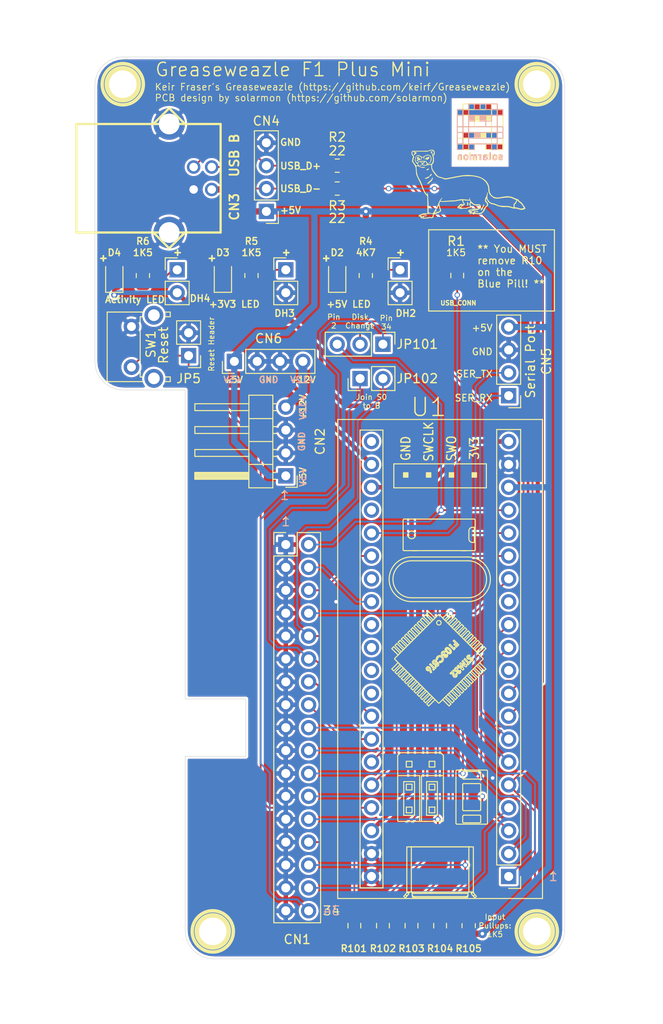
<source format=kicad_pcb>
(kicad_pcb (version 20171130) (host pcbnew "(5.1.9)-1")
  (title_block (title "Greaseweazle F1 Plus Mini") (date 2021-06-25) (rev 1) (company solarmon))
  (layers (0 F.Cu signal) (31 B.Cu signal) (34 B.Paste user) (35 F.Paste user) (36 B.SilkS user) (37 F.SilkS user) (38 B.Mask user) (39 F.Mask user) (44 Edge.Cuts user))
  (net 0 "")
  (net 1 GND)
  (net 2 +3V3)
  (net 3 +5V)
  (net 4 /_SIDE)
  (net 5 /_DKRD)
  (net 6 /_WRPROT)
  (net 7 /_TRK0)
  (net 8 /_DKWE)
  (net 9 /_DKWD)
  (net 10 /_STEP)
  (net 11 /_DIR)
  (net 12 /_INDEX)
  (net 13 /_DENSEL)
  (net 14 /USB_CONN)
  (net 15 "Net-(U1-Pad13)")
  (net 16 "Net-(U1-Pad32)")
  (net 17 "Net-(U1-Pad31)")
  (net 18 "Net-(U1-Pad30)")
  (net 19 "Net-(U1-Pad10)")
  (net 20 "Net-(U1-Pad29)")
  (net 21 /SER_RX)
  (net 22 /SER_TX)
  (net 23 "Net-(U1-Pad21)")
  (net 24 /USB_D+)
  (net 25 /USB_D-)
  (net 26 "Net-(D2-Pad2)")
  (net 27 /_ACT)
  (net 28 /_RST)
  (net 29 "Net-(D3-Pad2)")
  (net 30 "Net-(D4-Pad2)")
  (net 31 /USB_CONN_D+)
  (net 32 /USB_CONN_D-)
  (net 33 /ID1)
  (net 34 /FLIPPY)
  (net 35 /SPARE2)
  (net 36 /SPARE1)
  (net 37 /_MTR0)
  (net 38 /_SEL0)
  (net 39 /_SEL1)
  (net 40 /_MTR1)
  (net 41 /_RDY)
  (net 42 "Net-(CN2-Pad4)")
  (net 43 "Net-(CN1-Pad34)")
  (module Connector_PinHeader_2.54mm:PinHeader_1x04_P2.54mm_Vertical (layer F.Cu) (at 112.395 71.755 90)
    (fp_text reference CN6 (at 2.54 3.81 180) (layer F.SilkS))
    (fp_text value "Floppy Power")
    (pad 4 thru_hole oval (at 0 7.62 90) (size 1.7 1.7) (drill 1) (layers *.Cu *.Mask) (net 42 "Net-(CN2-Pad4)"))
    (pad 3 thru_hole oval (at 0 5.08 90) (size 1.7 1.7) (drill 1) (layers *.Cu *.Mask) (net 1 GND))
    (pad 2 thru_hole oval (at 0 2.54 90) (size 1.7 1.7) (drill 1) (layers *.Cu *.Mask) (net 1 GND))
    (pad 1 thru_hole rect (at 0 0 90) (size 1.7 1.7) (drill 1) (layers *.Cu *.Mask) (net 3 +5V))
  )
  (module Connector_PinHeader_2.54mm:PinHeader_1x02_P2.54mm_Vertical (layer F.Cu) (at 126.365 73.66 90)
    (fp_text reference JP102 (at 0 6.35 180) (layer F.SilkS))
    (fp_text value Jumper_NO_Small)
    (pad 2 thru_hole oval (at 0 2.54 90) (size 1.7 1.7) (drill 1) (layers *.Cu *.Mask) (net 37 /_MTR0))
    (pad 1 thru_hole rect (at 0 0 90) (size 1.7 1.7) (drill 1) (layers *.Cu *.Mask) (net 39 /_SEL1))
  )
  (module Connector_PinHeader_2.54mm:PinHeader_1x03_P2.54mm_Vertical (layer F.Cu) (at 128.905 69.85 270)
    (fp_text reference JP101 (at 0 -3.81 180) (layer F.SilkS))
    (fp_text value Jumper_3_Bridged12)
    (pad 3 thru_hole oval (at 0 5.08 270) (size 1.7 1.7) (drill 1) (layers *.Cu *.Mask) (net 13 /_DENSEL))
    (pad 2 thru_hole oval (at 0 2.54 270) (size 1.7 1.7) (drill 1) (layers *.Cu *.Mask) (net 41 /_RDY))
    (pad 1 thru_hole rect (at 0 0 270) (size 1.7 1.7) (drill 1) (layers *.Cu *.Mask) (net 43 "Net-(CN1-Pad34)"))
  )
  (module Kicad-STM32-master:YAAJ_BluePill_1 (layer F.Cu) (at 142.875 128.905 180)
    (fp_text reference U1 (at 8.89 52.07) (layer F.SilkS) (effects (font (size 2 2))))
    (fp_text value "Blue Pill" hide)
    (fp_text user 3V3 (at 3.81 47.498 90 unlocked) (layer F.SilkS) (effects (font (size 1 0.9))))
    (fp_text user SWO (at 6.35 47.498 90 unlocked) (layer F.SilkS) (effects (font (size 1 0.9))))
    (fp_text user SWCLK (at 8.89 48.26 90 unlocked) (layer F.SilkS) (effects (font (size 1 0.9))))
    (fp_text user GND (at 11.43 47.498 90 unlocked) (layer F.SilkS) (effects (font (size 1 0.9))))
    (pad 40 thru_hole circle (at 15.24 0 180) (size 1.7 1.7) (drill 1) (layers *.Cu *.Mask) (net 1 GND))
    (pad 1 thru_hole rect (at 0 0 180) (size 1.7 1.7) (drill 1) (layers *.Cu *.Mask) (net 11 /_DIR))
    (pad 39 thru_hole circle (at 15.24 2.54 180) (size 1.7 1.7) (drill 1) (layers *.Cu *.Mask) (net 1 GND))
    (pad 2 thru_hole circle (at 0 2.54 180) (size 1.7 1.7) (drill 1) (layers *.Cu *.Mask) (net 10 /_STEP))
    (pad 38 thru_hole circle (at 15.24 5.08 180) (size 1.7 1.7) (drill 1) (layers *.Cu *.Mask) (net 2 +3V3))
    (pad 3 thru_hole circle (at 0 5.08 180) (size 1.7 1.7) (drill 1) (layers *.Cu *.Mask) (net 8 /_DKWE))
    (pad 37 thru_hole circle (at 15.24 7.62 180) (size 1.7 1.7) (drill 1) (layers *.Cu *.Mask) (net 28 /_RST))
    (pad 4 thru_hole circle (at 0 7.62 180) (size 1.7 1.7) (drill 1) (layers *.Cu *.Mask) (net 4 /_SIDE))
    (pad 36 thru_hole circle (at 15.24 10.16 180) (size 1.7 1.7) (drill 1) (layers *.Cu *.Mask) (net 37 /_MTR0))
    (pad 5 thru_hole circle (at 0 10.16 180) (size 1.7 1.7) (drill 1) (layers *.Cu *.Mask) (net 41 /_RDY))
    (pad 35 thru_hole circle (at 15.24 12.7 180) (size 1.7 1.7) (drill 1) (layers *.Cu *.Mask) (net 38 /_SEL0))
    (pad 6 thru_hole circle (at 0 12.7 180) (size 1.7 1.7) (drill 1) (layers *.Cu *.Mask) (net 22 /SER_TX))
    (pad 34 thru_hole circle (at 15.24 15.24 180) (size 1.7 1.7) (drill 1) (layers *.Cu *.Mask) (net 40 /_MTR1))
    (pad 7 thru_hole circle (at 0 15.24 180) (size 1.7 1.7) (drill 1) (layers *.Cu *.Mask) (net 21 /SER_RX))
    (pad 33 thru_hole circle (at 15.24 17.78 180) (size 1.7 1.7) (drill 1) (layers *.Cu *.Mask) (net 39 /_SEL1))
    (pad 8 thru_hole circle (at 0 17.78 180) (size 1.7 1.7) (drill 1) (layers *.Cu *.Mask) (net 25 /USB_D-))
    (pad 32 thru_hole circle (at 15.24 20.32 180) (size 1.7 1.7) (drill 1) (layers *.Cu *.Mask) (net 16 "Net-(U1-Pad32)"))
    (pad 9 thru_hole circle (at 0 20.32 180) (size 1.7 1.7) (drill 1) (layers *.Cu *.Mask) (net 24 /USB_D+))
    (pad 31 thru_hole circle (at 15.24 22.86 180) (size 1.7 1.7) (drill 1) (layers *.Cu *.Mask) (net 17 "Net-(U1-Pad31)"))
    (pad 10 thru_hole circle (at 0 22.86 180) (size 1.7 1.7) (drill 1) (layers *.Cu *.Mask) (net 19 "Net-(U1-Pad10)"))
    (pad 30 thru_hole circle (at 15.24 25.4 180) (size 1.7 1.7) (drill 1) (layers *.Cu *.Mask) (net 18 "Net-(U1-Pad30)"))
    (pad 11 thru_hole circle (at 0 25.4 180) (size 1.7 1.7) (drill 1) (layers *.Cu *.Mask) (net 5 /_DKRD))
    (pad 29 thru_hole circle (at 15.24 27.94 180) (size 1.7 1.7) (drill 1) (layers *.Cu *.Mask) (net 20 "Net-(U1-Pad29)"))
    (pad 12 thru_hole circle (at 0 27.94 180) (size 1.7 1.7) (drill 1) (layers *.Cu *.Mask) (net 9 /_DKWD))
    (pad 28 thru_hole circle (at 15.24 30.48 180) (size 1.7 1.7) (drill 1) (layers *.Cu *.Mask) (net 36 /SPARE1))
    (pad 13 thru_hole circle (at 0 30.48 180) (size 1.7 1.7) (drill 1) (layers *.Cu *.Mask) (net 15 "Net-(U1-Pad13)"))
    (pad 27 thru_hole circle (at 15.24 33.02 180) (size 1.7 1.7) (drill 1) (layers *.Cu *.Mask) (net 34 /FLIPPY))
    (pad 14 thru_hole circle (at 0 33.02 180) (size 1.7 1.7) (drill 1) (layers *.Cu *.Mask) (net 12 /_INDEX))
    (pad 26 thru_hole circle (at 15.24 35.56 180) (size 1.7 1.7) (drill 1) (layers *.Cu *.Mask) (net 35 /SPARE2))
    (pad 15 thru_hole circle (at 0 35.56 180) (size 1.7 1.7) (drill 1) (layers *.Cu *.Mask) (net 7 /_TRK0))
    (pad 25 thru_hole circle (at 15.24 38.1 180) (size 1.7 1.7) (drill 1) (layers *.Cu *.Mask) (net 14 /USB_CONN))
    (pad 16 thru_hole circle (at 0 38.1 180) (size 1.7 1.7) (drill 1) (layers *.Cu *.Mask) (net 6 /_WRPROT))
    (pad 24 thru_hole circle (at 15.24 40.64 180) (size 1.7 1.7) (drill 1) (layers *.Cu *.Mask) (net 33 /ID1))
    (pad 17 thru_hole circle (at 0 40.64 180) (size 1.7 1.7) (drill 1) (layers *.Cu *.Mask) (net 13 /_DENSEL))
    (pad 23 thru_hole circle (at 15.24 43.18 180) (size 1.7 1.7) (drill 1) (layers *.Cu *.Mask) (net 2 +3V3))
    (pad 18 thru_hole circle (at 0 43.18 180) (size 1.7 1.7) (drill 1) (layers *.Cu *.Mask) (net 3 +5V))
    (pad 22 thru_hole circle (at 15.24 45.72 180) (size 1.7 1.7) (drill 1) (layers *.Cu *.Mask) (net 27 /_ACT))
    (pad 19 thru_hole circle (at 0 45.72 180) (size 1.7 1.7) (drill 1) (layers *.Cu *.Mask) (net 1 GND))
    (pad 21 thru_hole circle (at 15.24 48.26 180) (size 1.7 1.7) (drill 1) (layers *.Cu *.Mask) (net 23 "Net-(U1-Pad21)"))
    (pad 20 thru_hole circle (at 0 48.26 180) (size 1.7 1.7) (drill 1) (layers *.Cu *.Mask) (net 2 +3V3))
  )
  (module Button_Switch_THT:SW_Tactile_SPST_Angled_PTS645Vx83-2LFS (layer F.Cu) (at 100.965 72.39 90)
    (fp_text reference SW1 (at 2.54 2.159 90) (layer F.SilkS))
    (fp_text value Reset (at 2.413 3.556 90) (layer F.SilkS))
    (pad "" thru_hole circle (at -1.25 2.49 90) (size 2.1 2.1) (drill 1.3) (layers *.Cu *.Mask))
    (pad 1 thru_hole circle (at 0 0 90) (size 1.75 1.75) (drill 0.99) (layers *.Cu *.Mask) (net 28 /_RST))
    (pad 2 thru_hole circle (at 4.5 0 90) (size 1.75 1.75) (drill 0.99) (layers *.Cu *.Mask) (net 1 GND))
    (pad "" thru_hole circle (at 5.76 2.49 90) (size 2.1 2.1) (drill 1.3) (layers *.Cu *.Mask))
  )
  (module Connector_PinHeader_2.54mm:PinHeader_1x04_P2.54mm_Vertical (layer F.Cu) (at 142.875 75.565 180)
    (fp_text reference CN5 (at -4.191 3.81 90) (layer F.SilkS))
    (fp_text value "Serial Port" (at -2.413 3.81 90) (layer F.SilkS))
    (pad 4 thru_hole oval (at 0 7.62 180) (size 1.7 1.7) (drill 1) (layers *.Cu *.Mask) (net 3 +5V))
    (pad 3 thru_hole oval (at 0 5.08 180) (size 1.7 1.7) (drill 1) (layers *.Cu *.Mask) (net 1 GND))
    (pad 2 thru_hole oval (at 0 2.54 180) (size 1.7 1.7) (drill 1) (layers *.Cu *.Mask) (net 22 /SER_TX))
    (pad 1 thru_hole rect (at 0 0 180) (size 1.7 1.7) (drill 1) (layers *.Cu *.Mask) (net 21 /SER_RX))
  )
  (module Connector_PinHeader_2.54mm:PinHeader_1x04_P2.54mm_Vertical (layer F.Cu) (at 115.951 55.118 180)
    (fp_text reference CN4 (at 0 10.033) (layer F.SilkS))
    (fp_text value "USB Header")
    (pad 4 thru_hole oval (at 0 7.62 180) (size 1.7 1.7) (drill 1) (layers *.Cu *.Mask) (net 1 GND))
    (pad 3 thru_hole oval (at 0 5.08 180) (size 1.7 1.7) (drill 1) (layers *.Cu *.Mask) (net 31 /USB_CONN_D+))
    (pad 2 thru_hole oval (at 0 2.54 180) (size 1.7 1.7) (drill 1) (layers *.Cu *.Mask) (net 32 /USB_CONN_D-))
    (pad 1 thru_hole rect (at 0 0 180) (size 1.7 1.7) (drill 1) (layers *.Cu *.Mask) (net 3 +5V))
  )
  (module Resistor_SMD:R_0805_2012Metric (layer F.Cu) (at 123.825 52.578 180)
    (fp_text reference R3 (at 0 -1.905) (layer F.SilkS))
    (fp_text value 22 (at 0 -3.302) (layer F.SilkS))
    (pad 2 smd roundrect (at 0.9125 0 180) (size 1.025 1.4) (layers F.Cu F.Paste F.Mask) (roundrect_rratio 0.2439004878048781) (net 32 /USB_CONN_D-))
    (pad 1 smd roundrect (at -0.9125 0 180) (size 1.025 1.4) (layers F.Cu F.Paste F.Mask) (roundrect_rratio 0.2439004878048781) (net 25 /USB_D-))
  )
  (module Resistor_SMD:R_0805_2012Metric (layer F.Cu) (at 123.825 50.038 180)
    (fp_text reference R2 (at 0 3.175) (layer F.SilkS))
    (fp_text value 22 (at 0 1.65) (layer F.SilkS))
    (pad 2 smd roundrect (at 0.9125 0 180) (size 1.025 1.4) (layers F.Cu F.Paste F.Mask) (roundrect_rratio 0.2439004878048781) (net 31 /USB_CONN_D+))
    (pad 1 smd roundrect (at -0.9125 0 180) (size 1.025 1.4) (layers F.Cu F.Paste F.Mask) (roundrect_rratio 0.2439004878048781) (net 24 /USB_D+))
  )
  (module solarmon_library:HOLE_3MM (layer F.Cu) (at 146 135)
    (fp_text reference H4 hide)
    (fp_text value MountingHole_Pad hide)
    (pad 1 thru_hole circle (at 0 0) (size 4.064 4.064) (drill 3.048) (layers *.Cu *.Mask F.SilkS) (net 1 GND) (clearance 1))
  )
  (module solarmon_library:HOLE_3MM (layer F.Cu) (at 110 135)
    (fp_text reference H3 hide)
    (fp_text value MountingHole_Pad hide)
    (pad 1 thru_hole circle (at 0 0) (size 4.064 4.064) (drill 3.048) (layers *.Cu *.Mask F.SilkS) (net 1 GND) (clearance 1))
  )
  (module solarmon_library:HOLE_3MM (layer F.Cu) (at 146 41)
    (fp_text reference H2 hide)
    (fp_text value MountingHole_Pad hide)
    (pad 1 thru_hole circle (at 0 0) (size 4.064 4.064) (drill 3.048) (layers *.Cu *.Mask F.SilkS) (net 1 GND) (clearance 1))
  )
  (module solarmon_library:HOLE_3MM (layer F.Cu) (at 100 41)
    (fp_text reference H1 hide)
    (fp_text value MountingHole_Pad hide)
    (pad 1 thru_hole circle (at 0 0) (size 4.064 4.064) (drill 3.048) (layers *.Cu *.Mask F.SilkS) (net 1 GND) (clearance 1))
  )
  (module Connector_PinHeader_2.54mm:PinHeader_1x02_P2.54mm_Vertical (layer F.Cu) (at 130.81 61.595)
    (fp_text reference DH2 (at 0.635 4.826) (layer F.SilkS) (effects (font (size 0.75 0.75))))
    (fp_text value Conn_01x02)
    (pad 2 thru_hole oval (at 0 2.54) (size 1.7 1.7) (drill 1) (layers *.Cu *.Mask) (net 1 GND))
    (pad 1 thru_hole rect (at 0 0) (size 1.7 1.7) (drill 1) (layers *.Cu *.Mask) (net 26 "Net-(D2-Pad2)"))
  )
  (module Connector_PinHeader_2.54mm:PinHeader_1x02_P2.54mm_Vertical (layer F.Cu) (at 118.11 61.595)
    (fp_text reference DH3 (at -0.127 4.826) (layer F.SilkS) (effects (font (size 0.75 0.75))))
    (fp_text value Conn_01x02)
    (pad 2 thru_hole oval (at 0 2.54) (size 1.7 1.7) (drill 1) (layers *.Cu *.Mask) (net 1 GND))
    (pad 1 thru_hole rect (at 0 0) (size 1.7 1.7) (drill 1) (layers *.Cu *.Mask) (net 29 "Net-(D3-Pad2)"))
  )
  (module Connector_PinHeader_2.54mm:PinHeader_1x02_P2.54mm_Vertical (layer F.Cu) (at 106.045 61.595)
    (fp_text reference DH4 (at 2.54 3.175) (layer F.SilkS) (effects (font (size 0.75 0.75))))
    (fp_text value Conn_01x02)
    (pad 2 thru_hole oval (at 0 2.54) (size 1.7 1.7) (drill 1) (layers *.Cu *.Mask) (net 27 /_ACT))
    (pad 1 thru_hole rect (at 0 0) (size 1.7 1.7) (drill 1) (layers *.Cu *.Mask) (net 30 "Net-(D4-Pad2)"))
  )
  (module solarmon_library:solarmon-logo-25mils (layer B.Cu) (at 139.7 46.355 180)
    (fp_text reference solarmon (at 0 -2.667) (layer B.SilkS) (effects (font (size 0.75 0.75)) (justify mirror)))
    (fp_text value solarmon-logo-25mils)
    (fp_poly (pts (xy -1.27 -1.905) (xy -1.905 -1.905) (xy -1.905 -1.27) (xy -1.27 -1.27)) (layer B.Cu) (width 0.1))
    (fp_poly (pts (xy 1.27 -1.905) (xy 0.635 -1.905) (xy 0.635 -1.27) (xy 1.27 -1.27)) (layer B.Cu) (width 0.1))
    (fp_poly (pts (xy 1.27 -0.635) (xy 0.635 -0.635) (xy 0.635 0) (xy 1.27 0)) (layer B.Cu) (width 0.1))
    (fp_poly (pts (xy 0 -0.635) (xy -0.635 -0.635) (xy -0.635 0) (xy 0 0)) (layer B.Cu) (width 0.1))
    (fp_poly (pts (xy -0.635 -0.635) (xy -1.27 -0.635) (xy -1.27 0) (xy -0.635 0)) (layer B.Cu) (width 0.1))
    (fp_poly (pts (xy -1.27 -0.635) (xy -1.905 -0.635) (xy -1.905 0) (xy -1.27 0)) (layer B.Cu) (width 0.1))
    (fp_poly (pts (xy -1.27 1.905) (xy -1.905 1.905) (xy -1.905 2.54) (xy -1.27 2.54)) (layer B.Cu) (width 0.1))
    (fp_poly (pts (xy -0.635 1.905) (xy -1.27 1.905) (xy -1.27 2.54) (xy -0.635 2.54)) (layer B.Cu) (width 0.1))
    (fp_poly (pts (xy 0 2.54) (xy -0.635 2.54) (xy -0.635 3.175) (xy 0 3.175)) (layer B.Cu) (width 0.1))
    (fp_poly (pts (xy 0 1.905) (xy -0.635 1.905) (xy -0.635 2.54) (xy 0 2.54)) (layer B.Cu) (width 0.1))
    (fp_poly (pts (xy 0.635 1.905) (xy 0 1.905) (xy 0 2.54) (xy 0.635 2.54)) (layer B.Cu) (width 0.1))
    (fp_poly (pts (xy 1.27 1.905) (xy 0.635 1.905) (xy 0.635 2.54) (xy 1.27 2.54)) (layer B.Cu) (width 0.1))
    (fp_poly (pts (xy 1.27 2.54) (xy 0.635 2.54) (xy 0.635 3.175) (xy 1.27 3.175)) (layer B.Cu) (width 0.1))
    (fp_poly (pts (xy 2.54 -1.905) (xy 1.905 -1.905) (xy 1.905 -1.27) (xy 2.54 -1.27)) (layer B.Cu) (width 0.1))
    (fp_poly (pts (xy 2.54 1.905) (xy 1.905 1.905) (xy 1.905 2.54) (xy 2.54 2.54)) (layer B.Cu) (width 0.1))
  )
  (module solarmon_library:solarmon-logo-25mils (layer F.Cu) (at 139.7 46.355)
    (fp_text reference solarmon (at 0 2.667) (layer F.SilkS) (effects (font (size 0.75 0.75))))
    (fp_text value solarmon-logo-25mils)
    (fp_poly (pts (xy 2.54 -1.905) (xy 1.905 -1.905) (xy 1.905 -2.54) (xy 2.54 -2.54)) (layer F.Cu) (width 0.1))
    (fp_poly (pts (xy 2.54 1.905) (xy 1.905 1.905) (xy 1.905 1.27) (xy 2.54 1.27)) (layer F.Cu) (width 0.1))
    (fp_poly (pts (xy 1.27 -2.54) (xy 0.635 -2.54) (xy 0.635 -3.175) (xy 1.27 -3.175)) (layer F.Cu) (width 0.1))
    (fp_poly (pts (xy 1.27 -1.905) (xy 0.635 -1.905) (xy 0.635 -2.54) (xy 1.27 -2.54)) (layer F.Cu) (width 0.1))
    (fp_poly (pts (xy 0.635 -1.905) (xy 0 -1.905) (xy 0 -2.54) (xy 0.635 -2.54)) (layer F.Cu) (width 0.1))
    (fp_poly (pts (xy 0 -1.905) (xy -0.635 -1.905) (xy -0.635 -2.54) (xy 0 -2.54)) (layer F.Cu) (width 0.1))
    (fp_poly (pts (xy 0 -2.54) (xy -0.635 -2.54) (xy -0.635 -3.175) (xy 0 -3.175)) (layer F.Cu) (width 0.1))
    (fp_poly (pts (xy -0.635 -1.905) (xy -1.27 -1.905) (xy -1.27 -2.54) (xy -0.635 -2.54)) (layer F.Cu) (width 0.1))
    (fp_poly (pts (xy -1.27 -1.905) (xy -1.905 -1.905) (xy -1.905 -2.54) (xy -1.27 -2.54)) (layer F.Cu) (width 0.1))
    (fp_poly (pts (xy -1.27 0.635) (xy -1.905 0.635) (xy -1.905 0) (xy -1.27 0)) (layer F.Cu) (width 0.1))
    (fp_poly (pts (xy -0.635 0.635) (xy -1.27 0.635) (xy -1.27 0) (xy -0.635 0)) (layer F.Cu) (width 0.1))
    (fp_poly (pts (xy 0 0.635) (xy -0.635 0.635) (xy -0.635 0) (xy 0 0)) (layer F.Cu) (width 0.1))
    (fp_poly (pts (xy 1.27 0.635) (xy 0.635 0.635) (xy 0.635 0) (xy 1.27 0)) (layer F.Cu) (width 0.1))
    (fp_poly (pts (xy 1.27 1.905) (xy 0.635 1.905) (xy 0.635 1.27) (xy 1.27 1.27)) (layer F.Cu) (width 0.1))
    (fp_poly (pts (xy -1.27 1.905) (xy -1.905 1.905) (xy -1.905 1.27) (xy -1.27 1.27)) (layer F.Cu) (width 0.1))
  )
  (module Resistor_SMD:R_0805_2012Metric_Pad1.20x1.40mm_HandSolder (layer F.Cu) (at 127 62.23 90)
    (fp_text reference R4 (at 3.81 0 180) (layer F.SilkS) (effects (font (size 0.75 0.75))))
    (fp_text value 4K7 (at 2.54 0 180) (layer F.SilkS) (effects (font (size 0.75 0.75))))
    (pad 2 smd roundrect (at 1 0 90) (size 1.2 1.4) (layers F.Cu F.Paste F.Mask) (roundrect_rratio 0.2083325) (net 3 +5V))
    (pad 1 smd roundrect (at -1 0 90) (size 1.2 1.4) (layers F.Cu F.Paste F.Mask) (roundrect_rratio 0.2083325) (net 26 "Net-(D2-Pad2)"))
  )
  (module Resistor_SMD:R_0805_2012Metric_Pad1.20x1.40mm_HandSolder (layer F.Cu) (at 102.235 62.23 90)
    (fp_text reference R6 (at 3.81 0 180) (layer F.SilkS) (effects (font (size 0.75 0.75))))
    (fp_text value 1K5 (at 2.54 0 180) (layer F.SilkS) (effects (font (size 0.75 0.75))))
    (pad 2 smd roundrect (at 1 0 90) (size 1.2 1.4) (layers F.Cu F.Paste F.Mask) (roundrect_rratio 0.2083325) (net 2 +3V3))
    (pad 1 smd roundrect (at -1 0 90) (size 1.2 1.4) (layers F.Cu F.Paste F.Mask) (roundrect_rratio 0.2083325) (net 30 "Net-(D4-Pad2)"))
  )
  (module Resistor_SMD:R_0805_2012Metric_Pad1.20x1.40mm_HandSolder (layer F.Cu) (at 114.3 62.23 90)
    (fp_text reference R5 (at 3.81 0 180) (layer F.SilkS) (effects (font (size 0.75 0.75))))
    (fp_text value 1K5 (at 2.54 0 180) (layer F.SilkS) (effects (font (size 0.75 0.75))))
    (pad 2 smd roundrect (at 1 0 90) (size 1.2 1.4) (layers F.Cu F.Paste F.Mask) (roundrect_rratio 0.2083325) (net 2 +3V3))
    (pad 1 smd roundrect (at -1 0 90) (size 1.2 1.4) (layers F.Cu F.Paste F.Mask) (roundrect_rratio 0.2083325) (net 29 "Net-(D3-Pad2)"))
  )
  (module LED_SMD:LED_0805_2012Metric_Pad1.15x1.40mm_HandSolder (layer F.Cu) (at 123.825 62.23 90)
    (fp_text reference D2 (at 2.54 0 180) (layer F.SilkS) (effects (font (size 0.75 0.75))))
    (fp_text value "+5V LED")
    (pad 2 smd roundrect (at 1.025 0 90) (size 1.15 1.4) (layers F.Cu F.Paste F.Mask) (roundrect_rratio 0.2173904347826087) (net 26 "Net-(D2-Pad2)"))
    (pad 1 smd roundrect (at -1.025 0 90) (size 1.15 1.4) (layers F.Cu F.Paste F.Mask) (roundrect_rratio 0.2173904347826087) (net 1 GND))
  )
  (module LED_SMD:LED_0805_2012Metric_Pad1.15x1.40mm_HandSolder (layer F.Cu) (at 99.06 62.23 90)
    (fp_text reference D4 (at 2.54 0 180) (layer F.SilkS) (effects (font (size 0.75 0.75))))
    (fp_text value "ACT LED")
    (pad 2 smd roundrect (at 1.025 0 90) (size 1.15 1.4) (layers F.Cu F.Paste F.Mask) (roundrect_rratio 0.2173904347826087) (net 30 "Net-(D4-Pad2)"))
    (pad 1 smd roundrect (at -1.025 0 90) (size 1.15 1.4) (layers F.Cu F.Paste F.Mask) (roundrect_rratio 0.2173904347826087) (net 27 /_ACT))
  )
  (module LED_SMD:LED_0805_2012Metric_Pad1.15x1.40mm_HandSolder (layer F.Cu) (at 111.125 62.23 90)
    (fp_text reference D3 (at 2.54 0 180) (layer F.SilkS) (effects (font (size 0.75 0.75))))
    (fp_text value "+3V3 LED")
    (pad 2 smd roundrect (at 1.025 0 90) (size 1.15 1.4) (layers F.Cu F.Paste F.Mask) (roundrect_rratio 0.2173904347826087) (net 29 "Net-(D3-Pad2)"))
    (pad 1 smd roundrect (at -1.025 0 90) (size 1.15 1.4) (layers F.Cu F.Paste F.Mask) (roundrect_rratio 0.2173904347826087) (net 1 GND))
  )
  (module solarmon_library:solarmon-logo-25mils (layer B.Cu) (at 139.7 46.355 180)
    (fp_text reference solarmon (at 0 -2.667) (layer B.SilkS) (effects (font (size 0.75 0.75)) (justify mirror)))
    (fp_text value solarmon-logo-25mils)
    (fp_poly (pts (xy 2.54 1.905) (xy 1.905 1.905) (xy 1.905 2.54) (xy 2.54 2.54)) (layer B.Cu) (width 0.1))
    (fp_poly (pts (xy 2.54 -1.905) (xy 1.905 -1.905) (xy 1.905 -1.27) (xy 2.54 -1.27)) (layer B.Cu) (width 0.1))
    (fp_poly (pts (xy 1.27 2.54) (xy 0.635 2.54) (xy 0.635 3.175) (xy 1.27 3.175)) (layer B.Cu) (width 0.1))
    (fp_poly (pts (xy 1.27 1.905) (xy 0.635 1.905) (xy 0.635 2.54) (xy 1.27 2.54)) (layer B.Cu) (width 0.1))
    (fp_poly (pts (xy 0.635 1.905) (xy 0 1.905) (xy 0 2.54) (xy 0.635 2.54)) (layer B.Cu) (width 0.1))
    (fp_poly (pts (xy 0 1.905) (xy -0.635 1.905) (xy -0.635 2.54) (xy 0 2.54)) (layer B.Cu) (width 0.1))
    (fp_poly (pts (xy 0 2.54) (xy -0.635 2.54) (xy -0.635 3.175) (xy 0 3.175)) (layer B.Cu) (width 0.1))
    (fp_poly (pts (xy -0.635 1.905) (xy -1.27 1.905) (xy -1.27 2.54) (xy -0.635 2.54)) (layer B.Cu) (width 0.1))
    (fp_poly (pts (xy -1.27 1.905) (xy -1.905 1.905) (xy -1.905 2.54) (xy -1.27 2.54)) (layer B.Cu) (width 0.1))
    (fp_poly (pts (xy -1.27 -0.635) (xy -1.905 -0.635) (xy -1.905 0) (xy -1.27 0)) (layer B.Cu) (width 0.1))
    (fp_poly (pts (xy -0.635 -0.635) (xy -1.27 -0.635) (xy -1.27 0) (xy -0.635 0)) (layer B.Cu) (width 0.1))
    (fp_poly (pts (xy 0 -0.635) (xy -0.635 -0.635) (xy -0.635 0) (xy 0 0)) (layer B.Cu) (width 0.1))
    (fp_poly (pts (xy 1.27 -0.635) (xy 0.635 -0.635) (xy 0.635 0) (xy 1.27 0)) (layer B.Cu) (width 0.1))
    (fp_poly (pts (xy 1.27 -1.905) (xy 0.635 -1.905) (xy 0.635 -1.27) (xy 1.27 -1.27)) (layer B.Cu) (width 0.1))
    (fp_poly (pts (xy -1.27 -1.905) (xy -1.905 -1.905) (xy -1.905 -1.27) (xy -1.27 -1.27)) (layer B.Cu) (width 0.1))
  )
  (module solarmon_library:solarmon-logo-25mils (layer F.Cu) (at 139.7 46.355)
    (fp_text reference solarmon (at 0 2.667) (layer F.SilkS) (effects (font (size 0.75 0.75))))
    (fp_text value solarmon-logo-25mils)
    (fp_poly (pts (xy -1.27 1.905) (xy -1.905 1.905) (xy -1.905 1.27) (xy -1.27 1.27)) (layer F.Cu) (width 0.1))
    (fp_poly (pts (xy 1.27 1.905) (xy 0.635 1.905) (xy 0.635 1.27) (xy 1.27 1.27)) (layer F.Cu) (width 0.1))
    (fp_poly (pts (xy 1.27 0.635) (xy 0.635 0.635) (xy 0.635 0) (xy 1.27 0)) (layer F.Cu) (width 0.1))
    (fp_poly (pts (xy 0 0.635) (xy -0.635 0.635) (xy -0.635 0) (xy 0 0)) (layer F.Cu) (width 0.1))
    (fp_poly (pts (xy -0.635 0.635) (xy -1.27 0.635) (xy -1.27 0) (xy -0.635 0)) (layer F.Cu) (width 0.1))
    (fp_poly (pts (xy -1.27 0.635) (xy -1.905 0.635) (xy -1.905 0) (xy -1.27 0)) (layer F.Cu) (width 0.1))
    (fp_poly (pts (xy -1.27 -1.905) (xy -1.905 -1.905) (xy -1.905 -2.54) (xy -1.27 -2.54)) (layer F.Cu) (width 0.1))
    (fp_poly (pts (xy -0.635 -1.905) (xy -1.27 -1.905) (xy -1.27 -2.54) (xy -0.635 -2.54)) (layer F.Cu) (width 0.1))
    (fp_poly (pts (xy 0 -2.54) (xy -0.635 -2.54) (xy -0.635 -3.175) (xy 0 -3.175)) (layer F.Cu) (width 0.1))
    (fp_poly (pts (xy 0 -1.905) (xy -0.635 -1.905) (xy -0.635 -2.54) (xy 0 -2.54)) (layer F.Cu) (width 0.1))
    (fp_poly (pts (xy 0.635 -1.905) (xy 0 -1.905) (xy 0 -2.54) (xy 0.635 -2.54)) (layer F.Cu) (width 0.1))
    (fp_poly (pts (xy 1.27 -1.905) (xy 0.635 -1.905) (xy 0.635 -2.54) (xy 1.27 -2.54)) (layer F.Cu) (width 0.1))
    (fp_poly (pts (xy 1.27 -2.54) (xy 0.635 -2.54) (xy 0.635 -3.175) (xy 1.27 -3.175)) (layer F.Cu) (width 0.1))
    (fp_poly (pts (xy 2.54 1.905) (xy 1.905 1.905) (xy 1.905 1.27) (xy 2.54 1.27)) (layer F.Cu) (width 0.1))
    (fp_poly (pts (xy 2.54 -1.905) (xy 1.905 -1.905) (xy 1.905 -2.54) (xy 2.54 -2.54)) (layer F.Cu) (width 0.1))
  )
  (module solarmon_library:WeasleLogo (layer F.Cu) (at 138.43 52.07)
    (fp_text reference G** hide)
    (fp_text value Weasle hide)
  )
  (module Resistor_SMD:R_0805_2012Metric (layer F.Cu) (at 138.43 134.366 90)
    (fp_text reference R105 (at -2.54 0 180) (layer F.SilkS) (effects (font (size 0.75 0.75))))
    (fp_text value 1K5 hide)
    (pad 2 smd roundrect (at 0.9125 0 90) (size 1.025 1.4) (layers F.Cu F.Paste F.Mask) (roundrect_rratio 0.2439004878048781) (net 41 /_RDY))
    (pad 1 smd roundrect (at -0.9125 0 90) (size 1.025 1.4) (layers F.Cu F.Paste F.Mask) (roundrect_rratio 0.2439004878048781) (net 3 +5V))
  )
  (module Connector_PinHeader_2.54mm:PinHeader_1x04_P2.54mm_Horizontal (layer F.Cu) (at 118.11 84.455 180)
    (fp_text reference CN2 (at -3.81 3.81 270) (layer F.SilkS))
    (fp_text value "Floppy Power" hide)
    (pad 1 thru_hole rect (at 0 0 180) (size 1.7 1.7) (drill 1) (layers *.Cu *.Mask) (net 3 +5V))
    (pad 2 thru_hole oval (at 0 2.54 180) (size 1.7 1.7) (drill 1) (layers *.Cu *.Mask) (net 1 GND))
    (pad 3 thru_hole oval (at 0 5.08 180) (size 1.7 1.7) (drill 1) (layers *.Cu *.Mask) (net 1 GND))
    (pad 4 thru_hole oval (at 0 7.62 180) (size 1.7 1.7) (drill 1) (layers *.Cu *.Mask) (net 42 "Net-(CN2-Pad4)"))
  )
  (module Connector_PinHeader_2.54mm:PinHeader_1x02_P2.54mm_Vertical (layer F.Cu) (at 107.315 71.12 180)
    (fp_text reference JP5 (at 0 -2.54) (layer F.SilkS))
    (fp_text value "Reset Header" (at -2.54 1.27 270) (layer F.SilkS) (effects (font (size 0.6 0.6) (thickness 0.1))))
    (pad 1 thru_hole rect (at 0 0 180) (size 1.7 1.7) (drill 1) (layers *.Cu *.Mask) (net 28 /_RST))
    (pad 2 thru_hole oval (at 0 2.54 180) (size 1.7 1.7) (drill 1) (layers *.Cu *.Mask) (net 1 GND))
  )
  (module w_conn_pc:conn_usb_B (layer F.Cu) (at 102.87 51.435 270)
    (fp_text reference CN3 (at 3.175 -9.525 270) (layer F.SilkS) (effects (font (thickness 0.2))))
    (fp_text value "USB B" (at -2.54 -9.525 270) (layer F.SilkS) (effects (font (thickness 0.2))))
    (pad 3 thru_hole circle (at -1.2446 -5.0038 270) (size 1.50114 1.50114) (drill 0.94996) (layers *.Cu *.Mask) (net 31 /USB_CONN_D+))
    (pad 4 thru_hole circle (at 1.2446 -5.0038 270) (size 1.50114 1.50114) (drill 0.94996) (layers *.Cu *.Mask) (net 1 GND))
    (pad 1 thru_hole circle (at 1.2446 -7.0104 270) (size 1.50114 1.50114) (drill 0.94996) (layers *.Cu *.Mask) (net 3 +5V))
    (pad 2 thru_hole circle (at -1.2446 -7.0104 270) (size 1.50114 1.50114) (drill 0.94996) (layers *.Cu *.Mask) (net 32 /USB_CONN_D-))
    (pad 5 thru_hole circle (at -6.0198 -2.286 270) (size 3.50012 3.50012) (drill 2.30124) (layers *.Cu *.Mask) (net 1 GND))
    (pad 5 thru_hole circle (at 6.0198 -2.286 270) (size 3.50012 3.50012) (drill 2.30124) (layers *.Cu *.Mask) (net 1 GND))
  )
  (module Connector_PinHeader_2.54mm:PinHeader_2x17_P2.54mm_Vertical (layer F.Cu) (at 118.11 92.075)
    (fp_text reference CN1 (at 1.27 43.815) (layer F.SilkS))
    (fp_text value "Floppy Data" hide)
    (pad 1 thru_hole rect (at 0 0) (size 1.7 1.7) (drill 1) (layers *.Cu *.Mask) (net 1 GND))
    (pad 2 thru_hole oval (at 2.54 0) (size 1.7 1.7) (drill 1) (layers *.Cu *.Mask) (net 13 /_DENSEL))
    (pad 3 thru_hole oval (at 0 2.54) (size 1.7 1.7) (drill 1) (layers *.Cu *.Mask) (net 1 GND))
    (pad 4 thru_hole oval (at 2.54 2.54) (size 1.7 1.7) (drill 1) (layers *.Cu *.Mask) (net 36 /SPARE1))
    (pad 5 thru_hole oval (at 0 5.08) (size 1.7 1.7) (drill 1) (layers *.Cu *.Mask) (net 1 GND))
    (pad 6 thru_hole oval (at 2.54 5.08) (size 1.7 1.7) (drill 1) (layers *.Cu *.Mask) (net 35 /SPARE2))
    (pad 7 thru_hole oval (at 0 7.62) (size 1.7 1.7) (drill 1) (layers *.Cu *.Mask) (net 1 GND))
    (pad 8 thru_hole oval (at 2.54 7.62) (size 1.7 1.7) (drill 1) (layers *.Cu *.Mask) (net 12 /_INDEX))
    (pad 9 thru_hole oval (at 0 10.16) (size 1.7 1.7) (drill 1) (layers *.Cu *.Mask) (net 1 GND))
    (pad 10 thru_hole oval (at 2.54 10.16) (size 1.7 1.7) (drill 1) (layers *.Cu *.Mask) (net 37 /_MTR0))
    (pad 11 thru_hole oval (at 0 12.7) (size 1.7 1.7) (drill 1) (layers *.Cu *.Mask) (net 1 GND))
    (pad 12 thru_hole oval (at 2.54 12.7) (size 1.7 1.7) (drill 1) (layers *.Cu *.Mask) (net 39 /_SEL1))
    (pad 13 thru_hole oval (at 0 15.24) (size 1.7 1.7) (drill 1) (layers *.Cu *.Mask) (net 1 GND))
    (pad 14 thru_hole oval (at 2.54 15.24) (size 1.7 1.7) (drill 1) (layers *.Cu *.Mask) (net 38 /_SEL0))
    (pad 15 thru_hole oval (at 0 17.78) (size 1.7 1.7) (drill 1) (layers *.Cu *.Mask) (net 1 GND))
    (pad 16 thru_hole oval (at 2.54 17.78) (size 1.7 1.7) (drill 1) (layers *.Cu *.Mask) (net 40 /_MTR1))
    (pad 17 thru_hole oval (at 0 20.32) (size 1.7 1.7) (drill 1) (layers *.Cu *.Mask) (net 1 GND))
    (pad 18 thru_hole oval (at 2.54 20.32) (size 1.7 1.7) (drill 1) (layers *.Cu *.Mask) (net 11 /_DIR))
    (pad 19 thru_hole oval (at 0 22.86) (size 1.7 1.7) (drill 1) (layers *.Cu *.Mask) (net 1 GND))
    (pad 20 thru_hole oval (at 2.54 22.86) (size 1.7 1.7) (drill 1) (layers *.Cu *.Mask) (net 10 /_STEP))
    (pad 21 thru_hole oval (at 0 25.4) (size 1.7 1.7) (drill 1) (layers *.Cu *.Mask) (net 1 GND))
    (pad 22 thru_hole oval (at 2.54 25.4) (size 1.7 1.7) (drill 1) (layers *.Cu *.Mask) (net 9 /_DKWD))
    (pad 23 thru_hole oval (at 0 27.94) (size 1.7 1.7) (drill 1) (layers *.Cu *.Mask) (net 1 GND))
    (pad 24 thru_hole oval (at 2.54 27.94) (size 1.7 1.7) (drill 1) (layers *.Cu *.Mask) (net 8 /_DKWE))
    (pad 25 thru_hole oval (at 0 30.48) (size 1.7 1.7) (drill 1) (layers *.Cu *.Mask) (net 1 GND))
    (pad 26 thru_hole oval (at 2.54 30.48) (size 1.7 1.7) (drill 1) (layers *.Cu *.Mask) (net 7 /_TRK0))
    (pad 27 thru_hole oval (at 0 33.02) (size 1.7 1.7) (drill 1) (layers *.Cu *.Mask) (net 1 GND))
    (pad 28 thru_hole oval (at 2.54 33.02) (size 1.7 1.7) (drill 1) (layers *.Cu *.Mask) (net 6 /_WRPROT))
    (pad 29 thru_hole oval (at 0 35.56) (size 1.7 1.7) (drill 1) (layers *.Cu *.Mask) (net 1 GND))
    (pad 30 thru_hole oval (at 2.54 35.56) (size 1.7 1.7) (drill 1) (layers *.Cu *.Mask) (net 5 /_DKRD))
    (pad 31 thru_hole oval (at 0 38.1) (size 1.7 1.7) (drill 1) (layers *.Cu *.Mask) (net 1 GND))
    (pad 32 thru_hole oval (at 2.54 38.1) (size 1.7 1.7) (drill 1) (layers *.Cu *.Mask) (net 4 /_SIDE))
    (pad 33 thru_hole oval (at 0 40.64) (size 1.7 1.7) (drill 1) (layers *.Cu *.Mask) (net 1 GND))
    (pad 34 thru_hole oval (at 2.54 40.64) (size 1.7 1.7) (drill 1) (layers *.Cu *.Mask) (net 43 "Net-(CN1-Pad34)"))
  )
  (module Resistor_SMD:R_0805_2012Metric (layer F.Cu) (at 135.255 134.366 90)
    (fp_text reference R104 (at -2.54 0 180) (layer F.SilkS) (effects (font (size 0.75 0.75))))
    (fp_text value 1K5 hide)
    (pad 1 smd roundrect (at -0.9375 0 90) (size 0.975 1.4) (layers F.Cu F.Paste F.Mask) (net 3 +5V))
    (pad 2 smd roundrect (at 0.9375 0 90) (size 0.975 1.4) (layers F.Cu F.Paste F.Mask) (net 5 /_DKRD))
  )
  (module Resistor_SMD:R_0805_2012Metric (layer F.Cu) (at 125.73 134.366 90)
    (fp_text reference R101 (at -2.54 -0.0635 180) (layer F.SilkS) (effects (font (size 0.75 0.75))))
    (fp_text value 1K5 hide)
    (pad 1 smd roundrect (at -0.9375 0 90) (size 0.975 1.4) (layers F.Cu F.Paste F.Mask) (net 3 +5V))
    (pad 2 smd roundrect (at 0.9375 0 90) (size 0.975 1.4) (layers F.Cu F.Paste F.Mask) (net 6 /_WRPROT))
  )
  (module Resistor_SMD:R_0805_2012Metric (layer F.Cu) (at 128.905 134.366 90)
    (fp_text reference R102 (at -2.54 0 180) (layer F.SilkS) (effects (font (size 0.75 0.75))))
    (fp_text value 1K5 hide)
    (pad 1 smd roundrect (at -0.9375 0 90) (size 0.975 1.4) (layers F.Cu F.Paste F.Mask) (net 3 +5V))
    (pad 2 smd roundrect (at 0.9375 0 90) (size 0.975 1.4) (layers F.Cu F.Paste F.Mask) (net 7 /_TRK0))
  )
  (module Resistor_SMD:R_0805_2012Metric (layer F.Cu) (at 132.08 134.366 90)
    (fp_text reference R103 (at -2.54 0 180) (layer F.SilkS) (effects (font (size 0.75 0.75))))
    (fp_text value 1K5 hide)
    (pad 1 smd roundrect (at -0.9375 0 90) (size 0.975 1.4) (layers F.Cu F.Paste F.Mask) (net 3 +5V))
    (pad 2 smd roundrect (at 0.9375 0 90) (size 0.975 1.4) (layers F.Cu F.Paste F.Mask) (net 12 /_INDEX))
  )
  (module Resistor_SMD:R_0805_2012Metric (layer F.Cu) (at 137.16 62.23 270)
    (fp_text reference R1 (at -3.81 0.127 180) (layer F.SilkS))
    (fp_text value 1K5 (at -2.54 0.127 180) (layer F.SilkS) (effects (font (size 0.75 0.75) (thickness 0.125))))
    (pad 1 smd roundrect (at -0.9375 0 270) (size 0.975 1.4) (layers F.Cu F.Paste F.Mask) (net 24 /USB_D+))
    (pad 2 smd roundrect (at 0.9375 0 270) (size 0.975 1.4) (layers F.Cu F.Paste F.Mask) (net 14 /USB_CONN))
  )
  (gr_text +12V (at 120.015 73.787) (layer F.SilkS) (effects (font (size 0.7 0.7))))
  (gr_text GND (at 116.205 73.787) (layer B.SilkS) (effects (font (size 0.7 0.7)) (justify mirror)))
  (gr_text GND (at 116.205 73.787) (layer F.SilkS) (effects (font (size 0.7 0.7))))
  (gr_text +12V (at 120.015 73.787) (layer B.SilkS) (effects (font (size 0.7 0.7)) (justify mirror)))
  (gr_text +5V (at 112.268 73.787) (layer B.SilkS) (effects (font (size 0.7 0.7)) (justify mirror)))
  (gr_text +5V (at 112.268 73.787) (layer F.SilkS) (effects (font (size 0.7 0.7))))
  (gr_text "Join S0\nto B" (at 127.635 76.2) (layer F.SilkS) (effects (font (size 0.6 0.6) (thickness 0.1))))
  (gr_text "Disk\nChange" (at 126.365 67.31) (layer F.SilkS) (effects (font (size 0.6 0.6) (thickness 0.1))))
  (gr_text "Pin\n34" (at 129.286 67.437) (layer F.SilkS) (effects (font (size 0.6 0.6) (thickness 0.1))))
  (gr_text "Pin\n2" (at 123.444 67.31) (layer F.SilkS) (effects (font (size 0.6 0.6) (thickness 0.1))))
  (gr_arc (start 110.109 134.874) (end 106.934 134.874) (angle -90) (layer Edge.Cuts) (width 0.05))
  (gr_text 1 (at 147.828 128.905) (layer B.SilkS) (effects (font (size 1 1) (thickness 0.125)) (justify mirror)))
  (gr_text 1 (at 147.828 128.905) (layer F.SilkS) (effects (font (size 1 1) (thickness 0.125))))
  (gr_text 1 (at 117.983 86.614) (layer B.SilkS) (effects (font (size 1 1) (thickness 0.125)) (justify mirror)))
  (gr_text 1 (at 117.983 86.614) (layer F.SilkS) (effects (font (size 1 1) (thickness 0.125))))
  (gr_line (start 113.665 115.57) (end 113.665 109.22) (layer Edge.Cuts) (width 0.05))
  (gr_line (start 106.934 115.57) (end 106.934 134.874) (layer Edge.Cuts) (width 0.05))
  (gr_line (start 106.934 109.22) (end 113.665 109.22) (layer Edge.Cuts) (width 0.05))
  (gr_line (start 106.934 115.57) (end 113.665 115.57) (layer Edge.Cuts) (width 0.05))
  (gr_text "Input\nPullups:\n1K5" (at 141.351 134.366) (layer F.SilkS) (effects (font (size 0.6 0.6) (thickness 0.1))))
  (gr_line (start 106.934 74.93) (end 106.934 109.22) (layer Edge.Cuts) (width 0.05))
  (gr_line (start 96.901 41.148) (end 96.901 71.755) (layer Edge.Cuts) (width 0.05))
  (gr_line (start 100.076 74.93) (end 106.934 74.93) (layer Edge.Cuts) (width 0.05))
  (gr_arc (start 100.076 71.755) (end 96.901 71.755) (angle -90) (layer Edge.Cuts) (width 0.05))
  (gr_text + (at 97.79 60.325 90) (layer F.SilkS) (effects (font (size 0.75 0.75) (thickness 0.1875))))
  (gr_text + (at 109.855 60.325 90) (layer F.SilkS) (effects (font (size 0.75 0.75) (thickness 0.1875))))
  (gr_text + (at 122.555 60.325 90) (layer F.SilkS) (effects (font (size 0.75 0.75) (thickness 0.1875))))
  (gr_arc (start 100.076 41.148) (end 100.07599 37.973) (angle -89.99981954) (layer Edge.Cuts) (width 0.05))
  (gr_arc (start 145.923 134.87402) (end 145.92301 138.04902) (angle -89.99981954) (layer Edge.Cuts) (width 0.05))
  (gr_line (start 133.985 57.15) (end 147.955 57.15) (layer F.SilkS) (width 0.12))
  (gr_line (start 147.955 66.167) (end 133.985 66.167) (layer F.SilkS) (width 0.12))
  (gr_line (start 147.955 57.15) (end 147.955 66.167) (layer F.SilkS) (width 0.12))
  (gr_line (start 133.985 66.167) (end 133.985 57.15) (layer F.SilkS) (width 0.12))
  (gr_text + (at 130.81 59.69 90) (layer F.SilkS) (effects (font (size 0.75 0.75) (thickness 0.1875))))
  (gr_text 34 (at 123.19 132.715) (layer F.SilkS) (effects (font (size 1 1) (thickness 0.125))))
  (gr_text 34 (at 123.19 132.715) (layer B.SilkS) (effects (font (size 1 1) (thickness 0.125)) (justify mirror)))
  (gr_text 1 (at 118.11 89.535) (layer F.SilkS) (effects (font (size 1 1) (thickness 0.125))))
  (gr_text 1 (at 118.11 89.535) (layer B.SilkS) (effects (font (size 1 1) (thickness 0.125)) (justify mirror)))
  (gr_line (start 145.92301 138.04902) (end 110.109 138.049) (layer Edge.Cuts) (width 0.05))
  (gr_text "+5V LED" (at 125.095 65.405) (layer F.SilkS) (effects (font (size 0.75 0.75))))
  (gr_text + (at 106.045 59.69 90) (layer F.SilkS) (effects (font (size 0.75 0.75) (thickness 0.1875))))
  (gr_line (start 149.098 41.148) (end 149.098 134.87402) (layer Edge.Cuts) (width 0.05))
  (gr_arc (start 145.923 41.148) (end 149.098 41.14799) (angle -89.99981954) (layer Edge.Cuts) (width 0.05))
  (gr_text USB_D- (at 119.750543 52.578) (layer F.SilkS) (effects (font (size 0.75 0.75))))
  (gr_text USB_D+ (at 119.750543 50.0634) (layer F.SilkS) (effects (font (size 0.75 0.75))))
  (gr_text GND (at 118.6434 47.4472) (layer F.SilkS) (effects (font (size 0.75 0.75))))
  (gr_text +5V (at 118.6434 54.991) (layer F.SilkS) (effects (font (size 0.75 0.75))))
  (gr_text + (at 118.11 59.69 90) (layer F.SilkS) (effects (font (size 0.75 0.75) (thickness 0.1875))))
  (gr_text SER_TX (at 139.076766 73.146374) (layer F.SilkS) (effects (font (size 0.75 0.75) (thickness 0.125))))
  (gr_text GND (at 139.933909 70.682574) (layer F.SilkS) (effects (font (size 0.75 0.75) (thickness 0.125))))
  (gr_text SER_RX (at 138.98748 75.813374) (layer F.SilkS) (effects (font (size 0.75 0.75) (thickness 0.125))))
  (gr_text +5V (at 139.933909 68.040974) (layer F.SilkS) (effects (font (size 0.75 0.75) (thickness 0.125))))
  (gr_text "Activity LED" (at 101.346 64.897) (layer F.SilkS) (effects (font (size 0.75 0.75))))
  (gr_text "Keir Fraser's Greaseweazle (https://github.com/keirf/Greaseweazle)\nPCB design by solarmon (https://github.com/solarmon)" (at 103.505 41.91) (layer F.SilkS) (effects (font (size 0.75 0.75) (thickness 0.1)) (justify left)))
  (gr_text "+3V3 LED" (at 112.395 65.405) (layer F.SilkS) (effects (font (size 0.75 0.75))))
  (gr_text "Greaseweazle F1 Plus Mini" (at 103.505 39.37) (layer F.SilkS) (effects (font (size 1.5 1.5)) (justify left)))
  (gr_text +5V (at 120.015 84.582 90) (layer B.SilkS) (effects (font (size 0.7 0.7)) (justify mirror)))
  (gr_text GND (at 119.888 80.645 90) (layer B.SilkS) (effects (font (size 0.7 0.7)) (justify mirror)))
  (gr_text +12V (at 120.015 76.835 90) (layer B.SilkS) (effects (font (size 0.7 0.7)) (justify mirror)))
  (gr_text "** You MUST\nremove R10\non the\nBlue Pill! **" (at 139.319 61.214) (layer F.SilkS) (effects (font (size 0.8 0.8) (thickness 0.125)) (justify left)))
  (gr_text USB_CONN (at 137.287 65.278) (layer F.SilkS) (effects (font (size 0.5 0.5) (thickness 0.125))))
  (gr_text +12V (at 120.015 76.835 90) (layer F.SilkS) (effects (font (size 0.7 0.7))))
  (gr_text GND (at 119.888 80.645 90) (layer F.SilkS) (effects (font (size 0.7 0.7))))
  (gr_text +5V (at 120.015 84.582 90) (layer F.SilkS) (effects (font (size 0.7 0.7))))
  (gr_line (start 100.076 37.973) (end 145.923 37.973) (layer Edge.Cuts) (width 0.05))
  (via (at 141.097 117.983) (size 0.7) (drill 0.4) (layers F.Cu B.Cu) (net 1))
  (via (at 123.698 98.425) (size 0.6) (drill 0.4) (layers F.Cu B.Cu) (net 1))
  (segment (start 103.521 59.944) (end 102.235 61.23) (width 0.5) (layer F.Cu) (net 2))
  (segment (start 108.966 59.944) (end 103.521 59.944) (width 0.5) (layer F.Cu) (net 2))
  (segment (start 113.014 59.944) (end 114.3 61.23) (width 0.5) (layer F.Cu) (net 2))
  (segment (start 108.966 59.944) (end 113.014 59.944) (width 0.5) (layer F.Cu) (net 2))
  (segment (start 127.635 85.725) (end 133.731 85.725) (width 0.5) (layer F.Cu) (net 2))
  (segment (start 138.811 80.645) (end 133.731 85.725) (width 0.5) (layer F.Cu) (net 2))
  (segment (start 142.875 80.645) (end 138.811 80.645) (width 0.5) (layer F.Cu) (net 2))
  (segment (start 132.08 119.38) (end 127.635 123.825) (width 0.5) (layer F.Cu) (net 2))
  (segment (start 132.08 85.725) (end 132.08 119.38) (width 0.5) (layer F.Cu) (net 2))
  (segment (start 133.731 85.725) (end 132.08 85.725) (width 0.5) (layer F.Cu) (net 2))
  (segment (start 108.966 64.643) (end 108.966 59.944) (width 0.5) (layer F.Cu) (net 2))
  (segment (start 118.872 67.31) (end 111.633 67.31) (width 0.5) (layer F.Cu) (net 2))
  (segment (start 122.047 70.485) (end 118.872 67.31) (width 0.5) (layer F.Cu) (net 2))
  (segment (start 122.047 74.041) (end 122.047 70.485) (width 0.5) (layer F.Cu) (net 2))
  (segment (start 124.691663 76.685663) (end 122.047 74.041) (width 0.5) (layer F.Cu) (net 2))
  (segment (start 128.247663 76.685663) (end 124.691663 76.685663) (width 0.5) (layer F.Cu) (net 2))
  (segment (start 129.921 78.359) (end 128.247663 76.685663) (width 0.5) (layer F.Cu) (net 2))
  (segment (start 111.633 67.31) (end 108.966 64.643) (width 0.5) (layer F.Cu) (net 2))
  (segment (start 129.921 85.725) (end 129.921 78.359) (width 0.5) (layer F.Cu) (net 2))
  (segment (start 127.635 85.725) (end 129.921 85.725) (width 0.5) (layer F.Cu) (net 2))
  (segment (start 140.208 55.118) (end 147.32 62.23) (width 0.7) (layer B.Cu) (net 3))
  (segment (start 142.875 67.945) (end 147.193 67.945) (width 0.7) (layer B.Cu) (net 3))
  (segment (start 147.193 67.945) (end 147.32 67.818) (width 0.7) (layer B.Cu) (net 3))
  (segment (start 147.32 62.23) (end 147.32 67.818) (width 0.7) (layer B.Cu) (net 3))
  (via (at 127 55.118) (size 1) (drill 0.4) (layers F.Cu B.Cu) (net 3))
  (segment (start 127 61.23) (end 127 55.118) (width 0.7) (layer F.Cu) (net 3))
  (segment (start 127 55.118) (end 140.208 55.118) (width 0.7) (layer B.Cu) (net 3))
  (segment (start 142.875 85.725) (end 147.32 85.725) (width 0.7) (layer B.Cu) (net 3))
  (segment (start 147.32 67.818) (end 147.32 85.725) (width 0.7) (layer B.Cu) (net 3))
  (segment (start 121.285 55.118) (end 127 55.118) (width 0.7) (layer B.Cu) (net 3))
  (segment (start 115.951 55.118) (end 121.285 55.118) (width 0.7) (layer B.Cu) (net 3))
  (segment (start 125.73 135.3035) (end 128.905 135.3035) (width 0.7) (layer F.Cu) (net 3))
  (segment (start 128.905 135.3035) (end 132.08 135.3035) (width 0.7) (layer F.Cu) (net 3))
  (segment (start 132.08 135.3035) (end 135.255 135.3035) (width 0.7) (layer F.Cu) (net 3))
  (segment (start 135.255 135.3035) (end 138.405 135.3035) (width 0.7) (layer F.Cu) (net 3))
  (segment (start 140.454003 134.755001) (end 139.954004 135.255) (width 0.7) (layer B.Cu) (net 3))
  (segment (start 147.32 127.889004) (end 140.454003 134.755001) (width 0.7) (layer B.Cu) (net 3))
  (segment (start 147.32 85.725) (end 147.32 127.889004) (width 0.7) (layer B.Cu) (net 3))
  (via (at 139.954004 135.255) (size 1) (drill 0.4) (layers F.Cu B.Cu) (net 3))
  (segment (start 138.4535 135.255) (end 138.43 135.2785) (width 0.7) (layer F.Cu) (net 3))
  (segment (start 139.954004 135.255) (end 138.4535 135.255) (width 0.7) (layer F.Cu) (net 3))
  (segment (start 113.919 55.118) (end 115.951 55.118) (width 0.7) (layer F.Cu) (net 3))
  (segment (start 111.4806 52.6796) (end 113.919 55.118) (width 0.7) (layer F.Cu) (net 3))
  (segment (start 109.8804 52.6796) (end 111.4806 52.6796) (width 0.7) (layer F.Cu) (net 3))
  (segment (start 121.285 65.532) (end 121.285 55.118) (width 0.7) (layer B.Cu) (net 3))
  (segment (start 118.237 68.58) (end 121.285 65.532) (width 0.7) (layer B.Cu) (net 3))
  (segment (start 114.935 68.58) (end 118.237 68.58) (width 0.7) (layer B.Cu) (net 3))
  (segment (start 112.395 71.12) (end 114.935 68.58) (width 0.7) (layer B.Cu) (net 3))
  (segment (start 112.395 71.755) (end 112.395 71.12) (width 0.7) (layer B.Cu) (net 3))
  (segment (start 112.395 80.645) (end 112.395 71.755) (width 0.7) (layer B.Cu) (net 3))
  (segment (start 116.205 84.455) (end 112.395 80.645) (width 0.7) (layer B.Cu) (net 3))
  (segment (start 118.11 84.455) (end 116.205 84.455) (width 0.7) (layer B.Cu) (net 3))
  (segment (start 138.43 130.175) (end 120.65 130.175) (width 0.2) (layer B.Cu) (net 4))
  (segment (start 140.208 128.397) (end 138.43 130.175) (width 0.2) (layer B.Cu) (net 4))
  (segment (start 140.208 123.952) (end 140.208 128.397) (width 0.2) (layer B.Cu) (net 4))
  (segment (start 142.875 121.285) (end 140.208 123.952) (width 0.2) (layer B.Cu) (net 4))
  (via (at 138.049 127.635) (size 0.6) (drill 0.4) (layers F.Cu B.Cu) (net 5))
  (segment (start 120.65 127.635) (end 138.049 127.635) (width 0.2) (layer B.Cu) (net 5))
  (segment (start 138.049 119.507) (end 138.049 127.635) (width 0.2) (layer F.Cu) (net 5))
  (segment (start 139.827 117.729) (end 138.049 119.507) (width 0.2) (layer F.Cu) (net 5))
  (segment (start 139.827 106.553) (end 139.827 117.729) (width 0.2) (layer F.Cu) (net 5))
  (segment (start 142.875 103.505) (end 139.827 106.553) (width 0.2) (layer F.Cu) (net 5))
  (segment (start 138.049 129.54) (end 138.049 127.635) (width 0.2) (layer F.Cu) (net 5))
  (segment (start 135.255 132.334) (end 138.049 129.54) (width 0.2) (layer F.Cu) (net 5))
  (segment (start 135.255 133.6825) (end 135.255 132.334) (width 0.2) (layer F.Cu) (net 5))
  (segment (start 125.73 133.6825) (end 125.73 125.095) (width 0.2) (layer F.Cu) (net 6))
  (segment (start 125.73 125.095) (end 120.65 125.095) (width 0.2) (layer F.Cu) (net 6))
  (segment (start 133.604 121.158) (end 129.667 125.095) (width 0.2) (layer F.Cu) (net 6))
  (segment (start 133.604 95.758) (end 133.604 121.158) (width 0.2) (layer F.Cu) (net 6))
  (segment (start 129.667 125.095) (end 125.73 125.095) (width 0.2) (layer F.Cu) (net 6))
  (segment (start 138.557 90.805) (end 133.604 95.758) (width 0.2) (layer F.Cu) (net 6))
  (segment (start 142.875 90.805) (end 138.557 90.805) (width 0.2) (layer F.Cu) (net 6))
  (via (at 135.001 122.555) (size 0.6) (drill 0.4) (layers F.Cu B.Cu) (net 7))
  (segment (start 120.65 122.555) (end 135.001 122.555) (width 0.2) (layer B.Cu) (net 7))
  (segment (start 142.875 93.345) (end 138.557 93.345) (width 0.2) (layer F.Cu) (net 7))
  (segment (start 135.001 96.901) (end 135.001 122.555) (width 0.2) (layer F.Cu) (net 7))
  (segment (start 138.557 93.345) (end 135.001 96.901) (width 0.2) (layer F.Cu) (net 7))
  (segment (start 135.001 125.476) (end 135.001 122.555) (width 0.2) (layer F.Cu) (net 7))
  (segment (start 128.905 131.572) (end 135.001 125.476) (width 0.2) (layer F.Cu) (net 7))
  (segment (start 128.905 133.6825) (end 128.905 131.572) (width 0.2) (layer F.Cu) (net 7))
  (via (at 139.954 120.015) (size 0.6) (drill 0.4) (layers F.Cu B.Cu) (net 8))
  (segment (start 120.65 120.015) (end 139.954 120.015) (width 0.2) (layer B.Cu) (net 8))
  (segment (start 142.875 123.825) (end 139.954 120.904) (width 0.2) (layer F.Cu) (net 8))
  (segment (start 139.954 120.904) (end 139.954 120.015) (width 0.2) (layer F.Cu) (net 8))
  (via (at 137.795 117.475) (size 0.6) (drill 0.4) (layers F.Cu B.Cu) (net 9))
  (segment (start 120.65 117.475) (end 137.795 117.475) (width 0.2) (layer B.Cu) (net 9))
  (segment (start 142.875 100.965) (end 137.795 106.045) (width 0.2) (layer F.Cu) (net 9))
  (segment (start 137.795 106.045) (end 137.795 117.475) (width 0.2) (layer F.Cu) (net 9))
  (segment (start 121.852081 114.935) (end 120.65 114.935) (width 0.2) (layer B.Cu) (net 10))
  (segment (start 136.906 114.935) (end 121.852081 114.935) (width 0.2) (layer B.Cu) (net 10))
  (segment (start 141.986 120.015) (end 136.906 114.935) (width 0.2) (layer B.Cu) (net 10))
  (segment (start 144.018 120.015) (end 141.986 120.015) (width 0.2) (layer B.Cu) (net 10))
  (segment (start 144.78 120.777) (end 144.018 120.015) (width 0.2) (layer B.Cu) (net 10))
  (segment (start 144.78 124.46) (end 144.78 120.777) (width 0.2) (layer B.Cu) (net 10))
  (segment (start 142.875 126.365) (end 144.78 124.46) (width 0.2) (layer B.Cu) (net 10))
  (segment (start 126.873 112.395) (end 120.65 112.395) (width 0.2) (layer B.Cu) (net 11))
  (segment (start 136.779 112.395) (end 126.873 112.395) (width 0.2) (layer B.Cu) (net 11))
  (segment (start 141.859 117.475) (end 136.779 112.395) (width 0.2) (layer B.Cu) (net 11))
  (segment (start 144.653 117.475) (end 141.859 117.475) (width 0.2) (layer B.Cu) (net 11))
  (segment (start 145.796 118.618) (end 144.653 117.475) (width 0.2) (layer B.Cu) (net 11))
  (segment (start 145.796 125.984) (end 145.796 118.618) (width 0.2) (layer B.Cu) (net 11))
  (segment (start 142.875 128.905) (end 145.796 125.984) (width 0.2) (layer B.Cu) (net 11))
  (via (at 136.432999 99.695) (size 0.6) (drill 0.4) (layers F.Cu B.Cu) (net 12))
  (segment (start 120.65 99.695) (end 136.432999 99.695) (width 0.2) (layer B.Cu) (net 12))
  (segment (start 142.875 95.885) (end 139.065 99.695) (width 0.2) (layer F.Cu) (net 12))
  (segment (start 139.065 99.695) (end 136.432999 99.695) (width 0.2) (layer F.Cu) (net 12))
  (segment (start 132.565527 132.942973) (end 132.08 133.4285) (width 0.2) (layer F.Cu) (net 12))
  (segment (start 132.565527 131.848473) (end 132.565527 133.196973) (width 0.2) (layer F.Cu) (net 12))
  (segment (start 136.432999 127.981001) (end 132.565527 131.848473) (width 0.2) (layer F.Cu) (net 12))
  (segment (start 136.432999 99.695) (end 136.432999 127.981001) (width 0.2) (layer F.Cu) (net 12))
  (via (at 135.382 88.265) (size 0.6) (drill 0.4) (layers F.Cu B.Cu) (net 13))
  (segment (start 142.875 88.265) (end 135.382 88.265) (width 0.2) (layer F.Cu) (net 13))
  (segment (start 130.480002 71.628) (end 135.382 76.529998) (width 0.2) (layer B.Cu) (net 13))
  (segment (start 135.382 76.529998) (end 135.382 88.265) (width 0.2) (layer B.Cu) (net 13))
  (segment (start 125.603 71.628) (end 130.480002 71.628) (width 0.2) (layer B.Cu) (net 13))
  (segment (start 123.825 69.85) (end 125.603 71.628) (width 0.2) (layer B.Cu) (net 13))
  (segment (start 123.317 92.075) (end 120.65 92.075) (width 0.2) (layer B.Cu) (net 13))
  (segment (start 125.857 89.535) (end 123.317 92.075) (width 0.2) (layer B.Cu) (net 13))
  (segment (start 134.112 89.535) (end 125.857 89.535) (width 0.2) (layer B.Cu) (net 13))
  (segment (start 135.382 88.265) (end 134.112 89.535) (width 0.2) (layer B.Cu) (net 13))
  (via (at 137.16 64.389) (size 0.6) (drill 0.4) (layers F.Cu B.Cu) (net 14))
  (segment (start 137.16 64.389) (end 137.16 63.1675) (width 0.2) (layer F.Cu) (net 14))
  (segment (start 137.16 89.789) (end 137.16 64.389) (width 0.2) (layer B.Cu) (net 14))
  (segment (start 136.144 90.805) (end 137.16 89.789) (width 0.2) (layer B.Cu) (net 14))
  (segment (start 127.635 90.805) (end 136.144 90.805) (width 0.2) (layer B.Cu) (net 14))
  (segment (start 139.7 110.49) (end 142.875 113.665) (width 0.2) (layer B.Cu) (net 21))
  (segment (start 139.7 76.962) (end 139.7 110.49) (width 0.2) (layer B.Cu) (net 21))
  (segment (start 141.097 75.565) (end 139.7 76.962) (width 0.2) (layer B.Cu) (net 21))
  (segment (start 142.875 75.565) (end 141.097 75.565) (width 0.2) (layer B.Cu) (net 21))
  (segment (start 139.192 112.522) (end 142.875 116.205) (width 0.2) (layer B.Cu) (net 22))
  (segment (start 139.192 74.549) (end 139.192 112.522) (width 0.2) (layer B.Cu) (net 22))
  (segment (start 140.716 73.025) (end 139.192 74.549) (width 0.2) (layer B.Cu) (net 22))
  (segment (start 142.875 73.025) (end 140.716 73.025) (width 0.2) (layer B.Cu) (net 22))
  (segment (start 145.522989 105.937011) (end 142.875 108.585) (width 0.2) (layer F.Cu) (net 24))
  (segment (start 137.16 61.2925) (end 143.7155 61.2925) (width 0.2) (layer F.Cu) (net 24))
  (segment (start 143.7155 61.2925) (end 145.522989 63.099989) (width 0.2) (layer F.Cu) (net 24))
  (segment (start 145.522989 63.099989) (end 145.522989 105.937011) (width 0.2) (layer F.Cu) (net 24))
  (segment (start 137.16 57.404) (end 137.16 61.2925) (width 0.2) (layer F.Cu) (net 24))
  (segment (start 129.794 50.038) (end 137.16 57.404) (width 0.2) (layer F.Cu) (net 24))
  (segment (start 124.8645 50.038) (end 129.794 50.038) (width 0.2) (layer F.Cu) (net 24))
  (segment (start 124.7375 50.165) (end 124.8645 50.038) (width 0.2) (layer F.Cu) (net 24))
  (via (at 129.54 52.578) (size 0.6) (drill 0.4) (layers F.Cu B.Cu) (net 25))
  (via (at 134.62 52.578) (size 0.6) (drill 0.4) (layers F.Cu B.Cu) (net 25))
  (segment (start 129.54 52.578) (end 134.62 52.578) (width 0.2) (layer B.Cu) (net 25))
  (segment (start 124.8645 52.578) (end 129.54 52.578) (width 0.2) (layer F.Cu) (net 25))
  (segment (start 124.7375 52.705) (end 124.8645 52.578) (width 0.2) (layer F.Cu) (net 25))
  (segment (start 146.685 107.315) (end 142.875 111.125) (width 0.2) (layer F.Cu) (net 25))
  (segment (start 146.685 62.103) (end 146.685 107.315) (width 0.2) (layer F.Cu) (net 25))
  (segment (start 137.16 52.578) (end 146.685 62.103) (width 0.2) (layer F.Cu) (net 25))
  (segment (start 134.62 52.578) (end 137.16 52.578) (width 0.2) (layer F.Cu) (net 25))
  (segment (start 124.451 61.205) (end 126.476 63.23) (width 0.2) (layer F.Cu) (net 26))
  (segment (start 126.476 63.23) (end 127 63.23) (width 0.2) (layer F.Cu) (net 26))
  (segment (start 123.825 61.205) (end 124.451 61.205) (width 0.2) (layer F.Cu) (net 26))
  (segment (start 129.54 61.595) (end 127.905 63.23) (width 0.2) (layer F.Cu) (net 26))
  (segment (start 127.905 63.23) (end 127 63.23) (width 0.2) (layer F.Cu) (net 26))
  (segment (start 130.81 61.595) (end 129.54 61.595) (width 0.2) (layer F.Cu) (net 26))
  (via (at 99.06 64.38901) (size 0.7) (drill 0.4) (layers F.Cu B.Cu) (net 27))
  (segment (start 99.06 63.255) (end 99.06 64.38901) (width 0.5) (layer F.Cu) (net 27))
  (segment (start 106.045 64.135) (end 99.31401 64.135) (width 0.5) (layer B.Cu) (net 27))
  (segment (start 99.31401 64.135) (end 99.06 64.38901) (width 0.5) (layer B.Cu) (net 27))
  (segment (start 109.728 67.818) (end 106.045 64.135) (width 0.5) (layer F.Cu) (net 27))
  (segment (start 110.998 74.422) (end 109.728 73.152) (width 0.5) (layer F.Cu) (net 27))
  (segment (start 109.728 73.152) (end 109.728 67.818) (width 0.5) (layer F.Cu) (net 27))
  (segment (start 118.872 74.422) (end 110.998 74.422) (width 0.5) (layer F.Cu) (net 27))
  (segment (start 127.635 83.185) (end 118.872 74.422) (width 0.5) (layer F.Cu) (net 27))
  (segment (start 102.235 71.12) (end 107.315 71.12) (width 0.2) (layer F.Cu) (net 28))
  (segment (start 100.965 72.39) (end 102.235 71.12) (width 0.2) (layer F.Cu) (net 28))
  (segment (start 107.315 72.898) (end 107.315 71.12) (width 0.2) (layer F.Cu) (net 28))
  (segment (start 115.316 80.899) (end 107.315 72.898) (width 0.2) (layer F.Cu) (net 28))
  (segment (start 115.316 120.396) (end 115.316 80.899) (width 0.2) (layer F.Cu) (net 28))
  (segment (start 116.205 121.285) (end 115.316 120.396) (width 0.2) (layer F.Cu) (net 28))
  (segment (start 127.635 121.285) (end 116.205 121.285) (width 0.2) (layer F.Cu) (net 28))
  (segment (start 114.951 63.23) (end 114.3 63.23) (width 0.2) (layer F.Cu) (net 29))
  (segment (start 116.586 61.595) (end 114.951 63.23) (width 0.2) (layer F.Cu) (net 29))
  (segment (start 118.11 61.595) (end 116.586 61.595) (width 0.2) (layer F.Cu) (net 29))
  (segment (start 113.776 63.23) (end 114.3 63.23) (width 0.2) (layer F.Cu) (net 29))
  (segment (start 111.751 61.205) (end 113.776 63.23) (width 0.2) (layer F.Cu) (net 29))
  (segment (start 111.125 61.205) (end 111.751 61.205) (width 0.2) (layer F.Cu) (net 29))
  (segment (start 101.838 63.23) (end 102.235 63.23) (width 0.2) (layer F.Cu) (net 30))
  (segment (start 99.813 61.205) (end 101.838 63.23) (width 0.2) (layer F.Cu) (net 30))
  (segment (start 99.06 61.205) (end 99.813 61.205) (width 0.2) (layer F.Cu) (net 30))
  (segment (start 105.537 61.595) (end 106.045 61.595) (width 0.2) (layer F.Cu) (net 30))
  (segment (start 103.902 63.23) (end 105.537 61.595) (width 0.2) (layer F.Cu) (net 30))
  (segment (start 102.235 63.23) (end 103.902 63.23) (width 0.2) (layer F.Cu) (net 30))
  (segment (start 107.8738 50.1904) (end 109.8042 48.26) (width 0.2) (layer F.Cu) (net 31))
  (segment (start 114.173 48.26) (end 115.951 50.038) (width 0.2) (layer F.Cu) (net 31))
  (segment (start 109.8042 48.26) (end 114.173 48.26) (width 0.2) (layer F.Cu) (net 31))
  (segment (start 122.7855 50.038) (end 122.9125 50.165) (width 0.2) (layer F.Cu) (net 31))
  (segment (start 115.951 50.038) (end 122.7855 50.038) (width 0.2) (layer F.Cu) (net 31))
  (segment (start 122.7855 52.578) (end 122.9125 52.705) (width 0.2) (layer F.Cu) (net 32))
  (segment (start 115.951 52.578) (end 122.7855 52.578) (width 0.2) (layer F.Cu) (net 32))
  (segment (start 114.046 52.578) (end 115.951 52.578) (width 0.2) (layer F.Cu) (net 32))
  (segment (start 111.6584 50.1904) (end 114.046 52.578) (width 0.2) (layer F.Cu) (net 32))
  (segment (start 109.8804 50.1904) (end 111.6584 50.1904) (width 0.2) (layer F.Cu) (net 32))
  (segment (start 122.301 97.155) (end 120.65 97.155) (width 0.2) (layer F.Cu) (net 35))
  (segment (start 126.111 93.345) (end 122.301 97.155) (width 0.2) (layer F.Cu) (net 35))
  (segment (start 127.635 93.345) (end 126.111 93.345) (width 0.2) (layer F.Cu) (net 35))
  (segment (start 122.174 94.615) (end 120.65 94.615) (width 0.2) (layer B.Cu) (net 36))
  (segment (start 125.984 98.425) (end 122.174 94.615) (width 0.2) (layer B.Cu) (net 36))
  (segment (start 127.635 98.425) (end 125.984 98.425) (width 0.2) (layer B.Cu) (net 36))
  (segment (start 128.067002 102.235) (end 130.429 104.596998) (width 0.2) (layer F.Cu) (net 37))
  (segment (start 120.65 102.235) (end 128.067002 102.235) (width 0.2) (layer F.Cu) (net 37))
  (segment (start 130.429 115.951) (end 127.635 118.745) (width 0.2) (layer F.Cu) (net 37))
  (segment (start 130.429 104.596998) (end 130.429 115.951) (width 0.2) (layer F.Cu) (net 37))
  (segment (start 119.38 100.965) (end 120.65 102.235) (width 0.2) (layer B.Cu) (net 37))
  (segment (start 119.38 91.186) (end 119.38 100.965) (width 0.2) (layer B.Cu) (net 37))
  (segment (start 120.396 90.17) (end 119.38 91.186) (width 0.2) (layer B.Cu) (net 37))
  (segment (start 122.936 90.17) (end 120.396 90.17) (width 0.2) (layer B.Cu) (net 37))
  (segment (start 126.111 86.995) (end 122.936 90.17) (width 0.2) (layer B.Cu) (net 37))
  (segment (start 126.111 78.359) (end 126.111 86.995) (width 0.2) (layer B.Cu) (net 37))
  (segment (start 128.905 75.565) (end 126.111 78.359) (width 0.2) (layer B.Cu) (net 37))
  (segment (start 128.905 73.66) (end 128.905 75.565) (width 0.2) (layer B.Cu) (net 37))
  (segment (start 121.285 107.315) (end 120.65 107.315) (width 0.2) (layer F.Cu) (net 38))
  (segment (start 126.365 112.395) (end 121.285 107.315) (width 0.2) (layer F.Cu) (net 38))
  (segment (start 128.067002 112.395) (end 126.365 112.395) (width 0.2) (layer F.Cu) (net 38))
  (segment (start 128.785001 113.112999) (end 128.067002 112.395) (width 0.2) (layer F.Cu) (net 38))
  (segment (start 128.785001 115.054999) (end 128.785001 113.112999) (width 0.2) (layer F.Cu) (net 38))
  (segment (start 127.635 116.205) (end 128.785001 115.054999) (width 0.2) (layer F.Cu) (net 38))
  (segment (start 121.285 104.775) (end 120.65 104.775) (width 0.2) (layer F.Cu) (net 39))
  (segment (start 127.635 111.125) (end 121.285 104.775) (width 0.2) (layer F.Cu) (net 39))
  (segment (start 119.38 103.505) (end 120.65 104.775) (width 0.2) (layer B.Cu) (net 39))
  (segment (start 117.221 103.505) (end 119.38 103.505) (width 0.2) (layer B.Cu) (net 39))
  (segment (start 116.332 102.616) (end 117.221 103.505) (width 0.2) (layer B.Cu) (net 39))
  (segment (start 116.332 90.424) (end 116.332 102.616) (width 0.2) (layer B.Cu) (net 39))
  (segment (start 118.745 88.011) (end 116.332 90.424) (width 0.2) (layer B.Cu) (net 39))
  (segment (start 122.682 88.011) (end 118.745 88.011) (width 0.2) (layer B.Cu) (net 39))
  (segment (start 125.095 85.598) (end 122.682 88.011) (width 0.2) (layer B.Cu) (net 39))
  (segment (start 125.095 77.216) (end 125.095 85.598) (width 0.2) (layer B.Cu) (net 39))
  (segment (start 126.365 75.946) (end 125.095 77.216) (width 0.2) (layer B.Cu) (net 39))
  (segment (start 126.365 73.66) (end 126.365 75.946) (width 0.2) (layer B.Cu) (net 39))
  (segment (start 124.46 113.665) (end 120.65 109.855) (width 0.2) (layer F.Cu) (net 40))
  (segment (start 127.635 113.665) (end 124.46 113.665) (width 0.2) (layer F.Cu) (net 40))
  (segment (start 138.43 133.7075) (end 138.6605 133.477) (width 0.2) (layer F.Cu) (net 41))
  (segment (start 141.732 133.477) (end 138.4535 133.477) (width 0.2) (layer F.Cu) (net 41))
  (segment (start 138.4535 133.477) (end 138.43 133.4535) (width 0.2) (layer F.Cu) (net 41))
  (segment (start 145.796 121.666) (end 145.796 129.413) (width 0.2) (layer F.Cu) (net 41))
  (segment (start 145.796 129.413) (end 141.732 133.477) (width 0.2) (layer F.Cu) (net 41))
  (segment (start 142.875 118.745) (end 145.796 121.666) (width 0.2) (layer F.Cu) (net 41))
  (segment (start 126.365 68.58) (end 126.365 69.85) (width 0.2) (layer F.Cu) (net 41))
  (segment (start 127.635 67.31) (end 126.365 68.58) (width 0.2) (layer F.Cu) (net 41))
  (segment (start 142.875 118.745) (end 144.653 116.967) (width 0.2) (layer F.Cu) (net 41))
  (segment (start 144.653 116.967) (end 144.653 113.740998) (width 0.2) (layer F.Cu) (net 41))
  (segment (start 143.187003 112.275001) (end 141.739001 112.275001) (width 0.2) (layer F.Cu) (net 41))
  (segment (start 142.748 79.248) (end 130.81 67.31) (width 0.2) (layer F.Cu) (net 41))
  (segment (start 144.653 113.740998) (end 143.187003 112.275001) (width 0.2) (layer F.Cu) (net 41))
  (segment (start 141.739001 112.275001) (end 141.724999 112.260999) (width 0.2) (layer F.Cu) (net 41))
  (segment (start 141.724999 112.260999) (end 141.724999 108.084001) (width 0.2) (layer F.Cu) (net 41))
  (segment (start 141.724999 108.084001) (end 142.613999 107.195001) (width 0.2) (layer F.Cu) (net 41))
  (segment (start 144.526 106.096002) (end 144.526 79.248) (width 0.2) (layer F.Cu) (net 41))
  (segment (start 142.613999 107.195001) (end 143.427001 107.195001) (width 0.2) (layer F.Cu) (net 41))
  (segment (start 143.427001 107.195001) (end 144.526 106.096002) (width 0.2) (layer F.Cu) (net 41))
  (segment (start 130.81 67.31) (end 127.635 67.31) (width 0.2) (layer F.Cu) (net 41))
  (segment (start 144.526 79.248) (end 142.748 79.248) (width 0.2) (layer F.Cu) (net 41))
  (segment (start 120.015 74.93) (end 120.015 71.755) (width 1) (layer B.Cu) (net 42))
  (segment (start 118.11 76.835) (end 120.015 74.93) (width 1) (layer B.Cu) (net 42))
  (segment (start 117.221 131.445) (end 119.38 131.445) (width 0.2) (layer B.Cu) (net 43))
  (segment (start 128.905 69.85) (end 128.905 68.58) (width 0.2) (layer B.Cu) (net 43))
  (segment (start 128.905 68.58) (end 127.635 67.31) (width 0.2) (layer B.Cu) (net 43))
  (segment (start 127.635 67.31) (end 123.19 67.31) (width 0.2) (layer B.Cu) (net 43))
  (segment (start 123.19 67.31) (end 121.92 68.58) (width 0.2) (layer B.Cu) (net 43))
  (segment (start 122.682 86.614) (end 117.983 86.614) (width 0.2) (layer B.Cu) (net 43))
  (segment (start 116.332 130.556) (end 117.221 131.445) (width 0.2) (layer B.Cu) (net 43))
  (segment (start 121.92 68.58) (end 121.92 71.12) (width 0.2) (layer B.Cu) (net 43))
  (segment (start 123.952 85.344) (end 122.682 86.614) (width 0.2) (layer B.Cu) (net 43))
  (segment (start 119.38 131.445) (end 120.65 132.715) (width 0.2) (layer B.Cu) (net 43))
  (segment (start 121.92 71.12) (end 123.952 73.152) (width 0.2) (layer B.Cu) (net 43))
  (segment (start 117.983 86.614) (end 115.316 89.281) (width 0.2) (layer B.Cu) (net 43))
  (segment (start 115.316 116.383002) (end 116.332 117.399002) (width 0.2) (layer B.Cu) (net 43))
  (segment (start 116.332 117.399002) (end 116.332 130.556) (width 0.2) (layer B.Cu) (net 43))
  (segment (start 123.952 73.152) (end 123.952 85.344) (width 0.2) (layer B.Cu) (net 43))
  (segment (start 115.316 89.281) (end 115.316 116.383002) (width 0.2) (layer B.Cu) (net 43))
  (zone (net 1) (net_name GND) (layer F.Cu) (connect_pads (clearance 0.254)) (min_thickness 0.254) (fill yes (arc_segments 32) (thermal_gap 0.254) (thermal_bridge_width 0.508) (smoothing fillet) (radius 0.5))
    (polygon (pts (xy 88.9 34.544) (xy 157.48 35.052) (xy 157.48 142.748) (xy 88.9 142.24)))
  )
  (zone (net 0) (net_name "") (layers F&B.Cu) (connect_pads (clearance 0.254)) (min_thickness 0.254)
    (keepout (tracks not_allowed) (vias not_allowed) (copperpour not_allowed))
    (fill (arc_segments 32) (thermal_gap 0.508) (thermal_bridge_width 0.508))
    (polygon (pts (xy 142.875 50.165) (xy 136.525 50.165) (xy 136.525 42.545) (xy 142.875 42.545)))
  )
  (zone (net 0) (net_name "") (layers F&B.Cu) (connect_pads (clearance 0.254)) (min_thickness 0.254)
    (keepout (tracks not_allowed) (vias not_allowed) (copperpour not_allowed))
    (fill (arc_segments 32) (thermal_gap 0.508) (thermal_bridge_width 0.508))
    (polygon (pts (xy 142.875 50.165) (xy 136.525 50.165) (xy 136.525 42.545) (xy 142.875 42.545)))
  )
  (zone (net 1) (net_name GND) (layer B.Cu) (connect_pads (clearance 0.254)) (min_thickness 0.254) (fill yes (arc_segments 32) (thermal_gap 0.254) (thermal_bridge_width 0.508) (smoothing fillet) (radius 0.5))
    (polygon (pts (xy 86.36 32.004) (xy 160.02 32.512) (xy 160.02 145.288) (xy 86.36 144.78)))
  )
)
</source>
